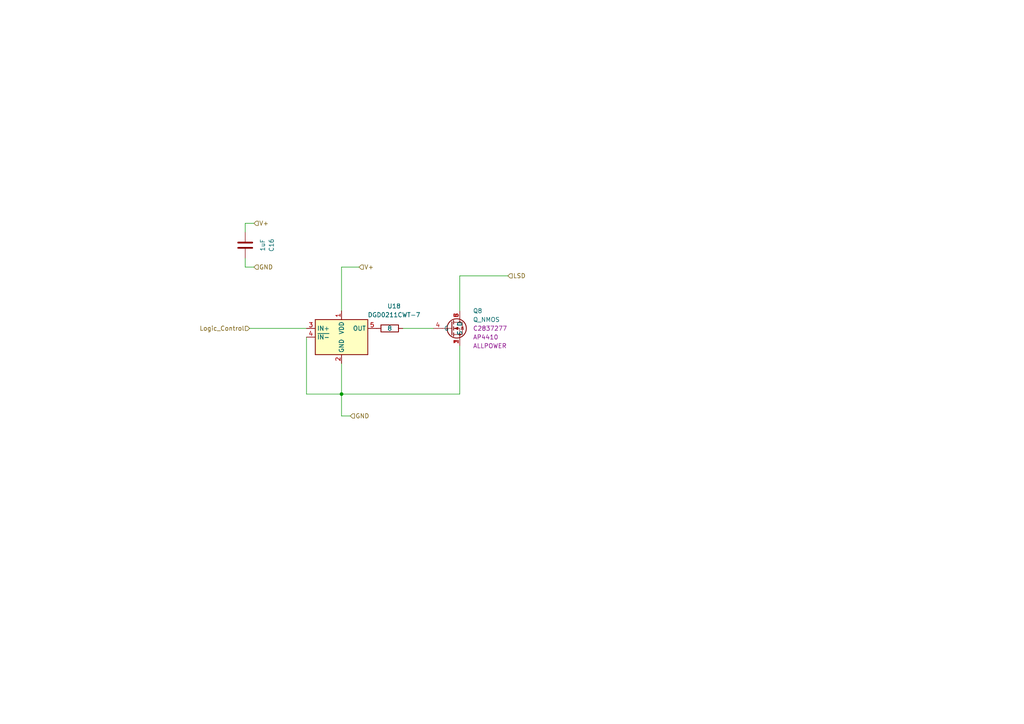
<source format=kicad_sch>
(kicad_sch
	(version 20250114)
	(generator "eeschema")
	(generator_version "9.0")
	(uuid "a9e8f119-ed91-4999-983b-4db3bdfe1a4c")
	(paper "A4")
	(lib_symbols
		(symbol "Device:C"
			(pin_numbers
				(hide yes)
			)
			(pin_names
				(offset 0.254)
			)
			(exclude_from_sim no)
			(in_bom yes)
			(on_board yes)
			(property "Reference" "C"
				(at 0.635 2.54 0)
				(effects
					(font
						(size 1.27 1.27)
					)
					(justify left)
				)
			)
			(property "Value" "C"
				(at 0.635 -2.54 0)
				(effects
					(font
						(size 1.27 1.27)
					)
					(justify left)
				)
			)
			(property "Footprint" ""
				(at 0.9652 -3.81 0)
				(effects
					(font
						(size 1.27 1.27)
					)
					(hide yes)
				)
			)
			(property "Datasheet" "~"
				(at 0 0 0)
				(effects
					(font
						(size 1.27 1.27)
					)
					(hide yes)
				)
			)
			(property "Description" "Unpolarized capacitor"
				(at 0 0 0)
				(effects
					(font
						(size 1.27 1.27)
					)
					(hide yes)
				)
			)
			(property "ki_keywords" "cap capacitor"
				(at 0 0 0)
				(effects
					(font
						(size 1.27 1.27)
					)
					(hide yes)
				)
			)
			(property "ki_fp_filters" "C_*"
				(at 0 0 0)
				(effects
					(font
						(size 1.27 1.27)
					)
					(hide yes)
				)
			)
			(symbol "C_0_1"
				(polyline
					(pts
						(xy -2.032 0.762) (xy 2.032 0.762)
					)
					(stroke
						(width 0.508)
						(type default)
					)
					(fill
						(type none)
					)
				)
				(polyline
					(pts
						(xy -2.032 -0.762) (xy 2.032 -0.762)
					)
					(stroke
						(width 0.508)
						(type default)
					)
					(fill
						(type none)
					)
				)
			)
			(symbol "C_1_1"
				(pin passive line
					(at 0 3.81 270)
					(length 2.794)
					(name "~"
						(effects
							(font
								(size 1.27 1.27)
							)
						)
					)
					(number "1"
						(effects
							(font
								(size 1.27 1.27)
							)
						)
					)
				)
				(pin passive line
					(at 0 -3.81 90)
					(length 2.794)
					(name "~"
						(effects
							(font
								(size 1.27 1.27)
							)
						)
					)
					(number "2"
						(effects
							(font
								(size 1.27 1.27)
							)
						)
					)
				)
			)
			(embedded_fonts no)
		)
		(symbol "Device:R"
			(pin_numbers
				(hide yes)
			)
			(pin_names
				(offset 0)
			)
			(exclude_from_sim no)
			(in_bom yes)
			(on_board yes)
			(property "Reference" "R"
				(at 2.032 0 90)
				(effects
					(font
						(size 1.27 1.27)
					)
				)
			)
			(property "Value" "R"
				(at 0 0 90)
				(effects
					(font
						(size 1.27 1.27)
					)
				)
			)
			(property "Footprint" ""
				(at -1.778 0 90)
				(effects
					(font
						(size 1.27 1.27)
					)
					(hide yes)
				)
			)
			(property "Datasheet" "~"
				(at 0 0 0)
				(effects
					(font
						(size 1.27 1.27)
					)
					(hide yes)
				)
			)
			(property "Description" "Resistor"
				(at 0 0 0)
				(effects
					(font
						(size 1.27 1.27)
					)
					(hide yes)
				)
			)
			(property "ki_keywords" "R res resistor"
				(at 0 0 0)
				(effects
					(font
						(size 1.27 1.27)
					)
					(hide yes)
				)
			)
			(property "ki_fp_filters" "R_*"
				(at 0 0 0)
				(effects
					(font
						(size 1.27 1.27)
					)
					(hide yes)
				)
			)
			(symbol "R_0_1"
				(rectangle
					(start -1.016 -2.54)
					(end 1.016 2.54)
					(stroke
						(width 0.254)
						(type default)
					)
					(fill
						(type none)
					)
				)
			)
			(symbol "R_1_1"
				(pin passive line
					(at 0 3.81 270)
					(length 1.27)
					(name "~"
						(effects
							(font
								(size 1.27 1.27)
							)
						)
					)
					(number "1"
						(effects
							(font
								(size 1.27 1.27)
							)
						)
					)
				)
				(pin passive line
					(at 0 -3.81 90)
					(length 1.27)
					(name "~"
						(effects
							(font
								(size 1.27 1.27)
							)
						)
					)
					(number "2"
						(effects
							(font
								(size 1.27 1.27)
							)
						)
					)
				)
			)
			(embedded_fonts no)
		)
		(symbol "Driver_FET:FAN3111C"
			(exclude_from_sim no)
			(in_bom yes)
			(on_board yes)
			(property "Reference" "U"
				(at -7.62 7.62 0)
				(effects
					(font
						(size 1.27 1.27)
					)
					(justify left)
				)
			)
			(property "Value" "FAN3111C"
				(at 2.54 7.62 0)
				(effects
					(font
						(size 1.27 1.27)
					)
					(justify left)
				)
			)
			(property "Footprint" "Package_TO_SOT_SMD:SOT-23-5"
				(at 16.51 -7.62 0)
				(effects
					(font
						(size 1.27 1.27)
					)
					(hide yes)
				)
			)
			(property "Datasheet" "https://www.onsemi.com/pdf/datasheet/fan3111c-d.pdf"
				(at 29.21 -10.16 0)
				(effects
					(font
						(size 1.27 1.27)
					)
					(hide yes)
				)
			)
			(property "Description" "High Speed Low Side MOSFET Gate Driver with CMOS inverting and non-inverting inputs, 4.5-18 V, 1.0 A, SOT-23-5"
				(at 0 0 0)
				(effects
					(font
						(size 1.27 1.27)
					)
					(hide yes)
				)
			)
			(property "ki_keywords" "MOSFET gate driver"
				(at 0 0 0)
				(effects
					(font
						(size 1.27 1.27)
					)
					(hide yes)
				)
			)
			(property "ki_fp_filters" "SOT?23?5*"
				(at 0 0 0)
				(effects
					(font
						(size 1.27 1.27)
					)
					(hide yes)
				)
			)
			(symbol "FAN3111C_0_1"
				(rectangle
					(start -7.62 5.08)
					(end 7.62 -5.08)
					(stroke
						(width 0.254)
						(type default)
					)
					(fill
						(type background)
					)
				)
			)
			(symbol "FAN3111C_1_1"
				(pin input line
					(at -10.16 2.54 0)
					(length 2.54)
					(name "IN+"
						(effects
							(font
								(size 1.27 1.27)
							)
						)
					)
					(number "3"
						(effects
							(font
								(size 1.27 1.27)
							)
						)
					)
				)
				(pin input line
					(at -10.16 0 0)
					(length 2.54)
					(name "~{IN-}"
						(effects
							(font
								(size 1.27 1.27)
							)
						)
					)
					(number "4"
						(effects
							(font
								(size 1.27 1.27)
							)
						)
					)
				)
				(pin power_in line
					(at 0 7.62 270)
					(length 2.54)
					(name "VDD"
						(effects
							(font
								(size 1.27 1.27)
							)
						)
					)
					(number "1"
						(effects
							(font
								(size 1.27 1.27)
							)
						)
					)
				)
				(pin power_in line
					(at 0 -7.62 90)
					(length 2.54)
					(name "GND"
						(effects
							(font
								(size 1.27 1.27)
							)
						)
					)
					(number "2"
						(effects
							(font
								(size 1.27 1.27)
							)
						)
					)
				)
				(pin output line
					(at 10.16 2.54 180)
					(length 2.54)
					(name "OUT"
						(effects
							(font
								(size 1.27 1.27)
							)
						)
					)
					(number "5"
						(effects
							(font
								(size 1.27 1.27)
							)
						)
					)
				)
			)
			(embedded_fonts no)
		)
		(symbol "User:NMOS_SOP-8"
			(exclude_from_sim no)
			(in_bom yes)
			(on_board yes)
			(property "Reference" "Q"
				(at 0 0 0)
				(effects
					(font
						(size 1.27 1.27)
					)
				)
			)
			(property "Value" ""
				(at 0 0 0)
				(effects
					(font
						(size 1.27 1.27)
					)
				)
			)
			(property "Footprint" ""
				(at 0 0 0)
				(effects
					(font
						(size 1.27 1.27)
					)
					(hide yes)
				)
			)
			(property "Datasheet" ""
				(at 0 0 0)
				(effects
					(font
						(size 1.27 1.27)
					)
					(hide yes)
				)
			)
			(property "Description" ""
				(at 0 0 0)
				(effects
					(font
						(size 1.27 1.27)
					)
					(hide yes)
				)
			)
			(symbol "NMOS_SOP-8_0_1"
				(polyline
					(pts
						(xy -2.286 14.605) (xy -2.286 10.795)
					)
					(stroke
						(width 0.254)
						(type default)
					)
					(fill
						(type none)
					)
				)
				(polyline
					(pts
						(xy -2.286 12.7) (xy -5.08 12.7)
					)
					(stroke
						(width 0)
						(type default)
					)
					(fill
						(type none)
					)
				)
				(polyline
					(pts
						(xy -1.778 14.986) (xy -1.778 13.97)
					)
					(stroke
						(width 0.254)
						(type default)
					)
					(fill
						(type none)
					)
				)
				(polyline
					(pts
						(xy -1.778 13.208) (xy -1.778 12.192)
					)
					(stroke
						(width 0.254)
						(type default)
					)
					(fill
						(type none)
					)
				)
				(polyline
					(pts
						(xy -1.778 11.43) (xy -1.778 10.414)
					)
					(stroke
						(width 0.254)
						(type default)
					)
					(fill
						(type none)
					)
				)
				(polyline
					(pts
						(xy -1.778 10.922) (xy 0.762 10.922) (xy 0.762 14.478) (xy -1.778 14.478)
					)
					(stroke
						(width 0)
						(type default)
					)
					(fill
						(type none)
					)
				)
				(polyline
					(pts
						(xy -1.524 12.7) (xy -0.508 13.081) (xy -0.508 12.319) (xy -1.524 12.7)
					)
					(stroke
						(width 0)
						(type default)
					)
					(fill
						(type outline)
					)
				)
				(circle
					(center -0.889 12.7)
					(radius 2.794)
					(stroke
						(width 0.254)
						(type default)
					)
					(fill
						(type none)
					)
				)
				(polyline
					(pts
						(xy 0 15.24) (xy 0 14.478)
					)
					(stroke
						(width 0)
						(type default)
					)
					(fill
						(type none)
					)
				)
				(circle
					(center 0 14.478)
					(radius 0.254)
					(stroke
						(width 0)
						(type default)
					)
					(fill
						(type outline)
					)
				)
				(circle
					(center 0 10.922)
					(radius 0.254)
					(stroke
						(width 0)
						(type default)
					)
					(fill
						(type outline)
					)
				)
				(polyline
					(pts
						(xy 0 10.16) (xy 0 12.7) (xy -1.778 12.7)
					)
					(stroke
						(width 0)
						(type default)
					)
					(fill
						(type none)
					)
				)
				(polyline
					(pts
						(xy 0.381 13.081) (xy 1.143 13.081)
					)
					(stroke
						(width 0)
						(type default)
					)
					(fill
						(type none)
					)
				)
				(polyline
					(pts
						(xy 0.762 13.081) (xy 0.381 12.446) (xy 1.143 12.446) (xy 0.762 13.081)
					)
					(stroke
						(width 0)
						(type default)
					)
					(fill
						(type none)
					)
				)
			)
			(symbol "NMOS_SOP-8_1_0"
				(pin passive line
					(at 0 17.78 270)
					(length 2.54)
					(name "D"
						(effects
							(font
								(size 1.27 1.27)
							)
						)
					)
					(number "5"
						(effects
							(font
								(size 1.27 1.27)
							)
						)
					)
				)
				(pin passive line
					(at 0 17.78 270)
					(length 2.54)
					(name "D"
						(effects
							(font
								(size 1.27 1.27)
							)
						)
					)
					(number "6"
						(effects
							(font
								(size 1.27 1.27)
							)
						)
					)
				)
				(pin passive line
					(at 0 17.78 270)
					(length 2.54)
					(name "D"
						(effects
							(font
								(size 1.27 1.27)
							)
						)
					)
					(number "7"
						(effects
							(font
								(size 1.27 1.27)
							)
						)
					)
				)
				(pin passive line
					(at 0 7.62 90)
					(length 2.54)
					(name "S"
						(effects
							(font
								(size 1.27 1.27)
							)
						)
					)
					(number "2"
						(effects
							(font
								(size 1.27 1.27)
							)
						)
					)
				)
				(pin passive line
					(at 0 7.62 90)
					(length 2.54)
					(name "S"
						(effects
							(font
								(size 1.27 1.27)
							)
						)
					)
					(number "3"
						(effects
							(font
								(size 1.27 1.27)
							)
						)
					)
				)
			)
			(symbol "NMOS_SOP-8_1_1"
				(pin input line
					(at -7.62 12.7 0)
					(length 2.54)
					(name "G"
						(effects
							(font
								(size 1.27 1.27)
							)
						)
					)
					(number "4"
						(effects
							(font
								(size 1.27 1.27)
							)
						)
					)
				)
				(pin passive line
					(at 0 17.78 270)
					(length 2.54)
					(name "D"
						(effects
							(font
								(size 1.27 1.27)
							)
						)
					)
					(number "8"
						(effects
							(font
								(size 1.27 1.27)
							)
						)
					)
				)
				(pin passive line
					(at 0 7.62 90)
					(length 2.54)
					(name "S"
						(effects
							(font
								(size 1.27 1.27)
							)
						)
					)
					(number "1"
						(effects
							(font
								(size 1.27 1.27)
							)
						)
					)
				)
			)
			(embedded_fonts no)
		)
	)
	(junction
		(at 99.06 114.3)
		(diameter 0)
		(color 0 0 0 0)
		(uuid "f731b879-e7e9-448c-a94b-71f60e916d6b")
	)
	(wire
		(pts
			(xy 133.35 90.17) (xy 133.35 80.01)
		)
		(stroke
			(width 0)
			(type default)
		)
		(uuid "0a8e7301-700d-444c-a962-7527a39dd5f3")
	)
	(wire
		(pts
			(xy 88.9 114.3) (xy 99.06 114.3)
		)
		(stroke
			(width 0)
			(type default)
		)
		(uuid "1acfd033-ae1a-4632-8f2a-c577767e4f4d")
	)
	(wire
		(pts
			(xy 101.6 120.65) (xy 99.06 120.65)
		)
		(stroke
			(width 0)
			(type default)
		)
		(uuid "20411fa8-8d8a-4826-a529-6dea9829d5e5")
	)
	(wire
		(pts
			(xy 73.66 64.77) (xy 71.12 64.77)
		)
		(stroke
			(width 0)
			(type default)
		)
		(uuid "33648a5d-03b8-4e26-a6c2-271dd9501af0")
	)
	(wire
		(pts
			(xy 71.12 64.77) (xy 71.12 67.31)
		)
		(stroke
			(width 0)
			(type default)
		)
		(uuid "34b14098-8dee-4c5a-b755-635e3cf13566")
	)
	(wire
		(pts
			(xy 73.66 77.47) (xy 71.12 77.47)
		)
		(stroke
			(width 0)
			(type default)
		)
		(uuid "54bc2ff3-6754-47c0-af16-05df0a61078d")
	)
	(wire
		(pts
			(xy 133.35 80.01) (xy 147.32 80.01)
		)
		(stroke
			(width 0)
			(type default)
		)
		(uuid "5d3b8432-bdd5-4396-9b0e-f0e3cf956374")
	)
	(wire
		(pts
			(xy 116.84 95.25) (xy 125.73 95.25)
		)
		(stroke
			(width 0)
			(type default)
		)
		(uuid "73da8af8-815d-481a-873c-fb486b11a948")
	)
	(wire
		(pts
			(xy 99.06 120.65) (xy 99.06 114.3)
		)
		(stroke
			(width 0)
			(type default)
		)
		(uuid "78f8f4aa-254b-4e70-96b8-22050d471cd0")
	)
	(wire
		(pts
			(xy 133.35 114.3) (xy 99.06 114.3)
		)
		(stroke
			(width 0)
			(type default)
		)
		(uuid "83487a02-5687-414d-bae2-d63514e2547c")
	)
	(wire
		(pts
			(xy 88.9 97.79) (xy 88.9 114.3)
		)
		(stroke
			(width 0)
			(type default)
		)
		(uuid "85623c90-6a01-44c6-8cb6-ea0e725660b4")
	)
	(wire
		(pts
			(xy 133.35 100.33) (xy 133.35 114.3)
		)
		(stroke
			(width 0)
			(type default)
		)
		(uuid "c65a9386-ebf3-499a-afe5-ef3db79e7c51")
	)
	(wire
		(pts
			(xy 72.39 95.25) (xy 88.9 95.25)
		)
		(stroke
			(width 0)
			(type default)
		)
		(uuid "d2831f2a-facc-4a20-9009-94efd08005e5")
	)
	(wire
		(pts
			(xy 71.12 74.93) (xy 71.12 77.47)
		)
		(stroke
			(width 0)
			(type default)
		)
		(uuid "d92f42e0-fec8-4ce9-97f2-014d4bf9bf61")
	)
	(wire
		(pts
			(xy 99.06 77.47) (xy 104.14 77.47)
		)
		(stroke
			(width 0)
			(type default)
		)
		(uuid "dee3f23a-aaaf-4638-9fdf-3ab299c975b8")
	)
	(wire
		(pts
			(xy 99.06 90.17) (xy 99.06 77.47)
		)
		(stroke
			(width 0)
			(type default)
		)
		(uuid "fb69115b-2dd9-48a7-9a51-f7810ca8ccbe")
	)
	(wire
		(pts
			(xy 99.06 114.3) (xy 99.06 105.41)
		)
		(stroke
			(width 0)
			(type default)
		)
		(uuid "fe8019c9-f48d-4f52-a645-a854b8161211")
	)
	(hierarchical_label "Logic_Control"
		(shape input)
		(at 72.39 95.25 180)
		(effects
			(font
				(size 1.27 1.27)
			)
			(justify right)
		)
		(uuid "029b8bbe-7c38-44d9-9e7a-a3ab9268400d")
	)
	(hierarchical_label "V+"
		(shape input)
		(at 104.14 77.47 0)
		(effects
			(font
				(size 1.27 1.27)
			)
			(justify left)
		)
		(uuid "17d90df4-aa19-4fad-9205-48bf0f00adde")
	)
	(hierarchical_label "LSD"
		(shape input)
		(at 147.32 80.01 0)
		(effects
			(font
				(size 1.27 1.27)
			)
			(justify left)
		)
		(uuid "2a00f2a6-157e-4060-8b5c-8c5ed2b76bc1")
	)
	(hierarchical_label "GND"
		(shape input)
		(at 101.6 120.65 0)
		(effects
			(font
				(size 1.27 1.27)
			)
			(justify left)
		)
		(uuid "7354e3d1-86de-4cc7-a805-c60836ebf753")
	)
	(hierarchical_label "V+"
		(shape input)
		(at 73.66 64.77 0)
		(effects
			(font
				(size 1.27 1.27)
			)
			(justify left)
		)
		(uuid "cdf5fd4c-f4bb-4599-a5e1-1bcea38f0927")
	)
	(hierarchical_label "GND"
		(shape input)
		(at 73.66 77.47 0)
		(effects
			(font
				(size 1.27 1.27)
			)
			(justify left)
		)
		(uuid "e10181ef-3dca-412d-b592-25b83380692e")
	)
	(symbol
		(lib_id "User:NMOS_SOP-8")
		(at 133.35 107.95 0)
		(unit 1)
		(exclude_from_sim no)
		(in_bom yes)
		(on_board yes)
		(dnp no)
		(fields_autoplaced yes)
		(uuid "0db1c4e2-6349-45e4-bbe1-6efe8848e335")
		(property "Reference" "Q6"
			(at 137.16 90.1699 0)
			(effects
				(font
					(size 1.27 1.27)
				)
				(justify left)
			)
		)
		(property "Value" "Q_NMOS"
			(at 137.16 92.7099 0)
			(effects
				(font
					(size 1.27 1.27)
				)
				(justify left)
			)
		)
		(property "Footprint" "Package_SO:SOP-8_3.9x4.9mm_P1.27mm"
			(at 133.35 107.95 0)
			(effects
				(font
					(size 1.27 1.27)
				)
				(hide yes)
			)
		)
		(property "Datasheet" "https://www.lcsc.com/datasheet/lcsc_datasheet_2411201843_ALLPOWER-ShenZhen-Quan-Li-Semiconductor-AP4410_C2837277.pdf"
			(at 133.35 107.95 0)
			(effects
				(font
					(size 1.27 1.27)
				)
				(hide yes)
			)
		)
		(property "Description" "N-MOSFET transistor"
			(at 133.35 107.95 0)
			(effects
				(font
					(size 1.27 1.27)
				)
				(hide yes)
			)
		)
		(property "LCSC" "C2837277"
			(at 137.16 95.2499 0)
			(effects
				(font
					(size 1.27 1.27)
				)
				(justify left)
			)
		)
		(property "MPN" "AP4410"
			(at 137.16 97.7899 0)
			(effects
				(font
					(size 1.27 1.27)
				)
				(justify left)
			)
		)
		(property "Manufacturer" "ALLPOWER"
			(at 137.16 100.3299 0)
			(effects
				(font
					(size 1.27 1.27)
				)
				(justify left)
			)
		)
		(pin "8"
			(uuid "aa2ae793-daad-4912-bade-f87a1c66433b")
		)
		(pin "3"
			(uuid "aa1d887f-9fab-4146-972f-9c35b26a3405")
		)
		(pin "2"
			(uuid "20833628-9d08-412e-b6e3-4e0cef54d1fb")
		)
		(pin "1"
			(uuid "98dcdd9e-455a-4738-ae30-1dc5514e7f7b")
		)
		(pin "6"
			(uuid "0305e8da-107f-496d-bdba-895630d6ad7e")
		)
		(pin "4"
			(uuid "97c1e175-a901-42e5-977c-8b5ce22d12a7")
		)
		(pin "7"
			(uuid "682b56f4-a494-48a5-aee1-24a94156c8e4")
		)
		(pin "5"
			(uuid "6bbe5b93-eb70-4b02-930e-fb0bc2cdbecb")
		)
		(instances
			(project "BMS"
				(path "/d7e219ab-f530-45f5-8a23-0e6b6d2e3e0f/3c6788b6-9eaa-4dc7-9b1b-c672529b8bdf/534ae0a9-e033-471d-ab4c-668e78bff240"
					(reference "Q8")
					(unit 1)
				)
				(path "/d7e219ab-f530-45f5-8a23-0e6b6d2e3e0f/3c6788b6-9eaa-4dc7-9b1b-c672529b8bdf/6fb9c1b2-80f3-454d-a189-500ef67547a6"
					(reference "Q7")
					(unit 1)
				)
				(path "/d7e219ab-f530-45f5-8a23-0e6b6d2e3e0f/3c6788b6-9eaa-4dc7-9b1b-c672529b8bdf/74428701-c731-4f1a-9259-da751d3a6d79"
					(reference "Q6")
					(unit 1)
				)
				(path "/d7e219ab-f530-45f5-8a23-0e6b6d2e3e0f/3c6788b6-9eaa-4dc7-9b1b-c672529b8bdf/aa608db7-6a72-41f7-89a5-ea3e1c7578b1"
					(reference "Q5")
					(unit 1)
				)
			)
		)
	)
	(symbol
		(lib_id "Driver_FET:FAN3111C")
		(at 99.06 97.79 0)
		(unit 1)
		(exclude_from_sim no)
		(in_bom yes)
		(on_board yes)
		(dnp no)
		(fields_autoplaced yes)
		(uuid "ae4f5f63-1e95-4405-a458-daf41fe0ef01")
		(property "Reference" "U16"
			(at 114.3 88.7945 0)
			(effects
				(font
					(size 1.27 1.27)
				)
			)
		)
		(property "Value" "DGD0211CWT-7"
			(at 114.3 91.3345 0)
			(effects
				(font
					(size 1.27 1.27)
				)
			)
		)
		(property "Footprint" "Package_TO_SOT_SMD:SOT-23-5"
			(at 115.57 105.41 0)
			(effects
				(font
					(size 1.27 1.27)
				)
				(hide yes)
			)
		)
		(property "Datasheet" "https://www.lcsc.com/datasheet/lcsc_datasheet_2412251046_Diodes-Incorporated-DGD0211CWT-7_C2983695.pdf"
			(at 128.27 107.95 0)
			(effects
				(font
					(size 1.27 1.27)
				)
				(hide yes)
			)
		)
		(property "Description" "High Speed Low Side MOSFET Gate Driver with CMOS inverting and non-inverting inputs, 4.5-18 V, 1.9 A, SOT-23-5"
			(at 99.06 97.79 0)
			(effects
				(font
					(size 1.27 1.27)
				)
				(hide yes)
			)
		)
		(property "LCSC" "C2983695"
			(at 99.06 97.79 0)
			(effects
				(font
					(size 1.27 1.27)
				)
				(hide yes)
			)
		)
		(pin "2"
			(uuid "f3c63955-a6f0-465d-94e6-cb2c330b4fc2")
		)
		(pin "4"
			(uuid "ba818cd1-187f-48ff-ac7f-c1f5fb24f52f")
		)
		(pin "1"
			(uuid "c4dba481-058e-422a-aabc-6a7d389e2a86")
		)
		(pin "3"
			(uuid "23d81ec4-85da-427b-b30f-c17d681a0067")
		)
		(pin "5"
			(uuid "9765daf4-4a35-4ecf-80b5-db74222d8d39")
		)
		(instances
			(project "BMS"
				(path "/d7e219ab-f530-45f5-8a23-0e6b6d2e3e0f/3c6788b6-9eaa-4dc7-9b1b-c672529b8bdf/534ae0a9-e033-471d-ab4c-668e78bff240"
					(reference "U18")
					(unit 1)
				)
				(path "/d7e219ab-f530-45f5-8a23-0e6b6d2e3e0f/3c6788b6-9eaa-4dc7-9b1b-c672529b8bdf/6fb9c1b2-80f3-454d-a189-500ef67547a6"
					(reference "U17")
					(unit 1)
				)
				(path "/d7e219ab-f530-45f5-8a23-0e6b6d2e3e0f/3c6788b6-9eaa-4dc7-9b1b-c672529b8bdf/74428701-c731-4f1a-9259-da751d3a6d79"
					(reference "U16")
					(unit 1)
				)
				(path "/d7e219ab-f530-45f5-8a23-0e6b6d2e3e0f/3c6788b6-9eaa-4dc7-9b1b-c672529b8bdf/aa608db7-6a72-41f7-89a5-ea3e1c7578b1"
					(reference "U19")
					(unit 1)
				)
			)
		)
	)
	(symbol
		(lib_id "Device:R")
		(at 113.03 95.25 90)
		(mirror x)
		(unit 1)
		(exclude_from_sim no)
		(in_bom yes)
		(on_board yes)
		(dnp no)
		(uuid "c023f39b-e603-474e-9488-b0d64e2979a6")
		(property "Reference" "R38"
			(at 113.03 97.155 90)
			(effects
				(font
					(size 1.27 1.27)
				)
				(hide yes)
			)
		)
		(property "Value" "8"
			(at 113.03 95.25 90)
			(effects
				(font
					(size 1.27 1.27)
				)
			)
		)
		(property "Footprint" "Resistor_SMD:R_0603_1608Metric"
			(at 113.03 93.472 90)
			(effects
				(font
					(size 1.27 1.27)
				)
				(hide yes)
			)
		)
		(property "Datasheet" "~"
			(at 113.03 95.25 0)
			(effects
				(font
					(size 1.27 1.27)
				)
				(hide yes)
			)
		)
		(property "Description" ""
			(at 113.03 95.25 0)
			(effects
				(font
					(size 1.27 1.27)
				)
				(hide yes)
			)
		)
		(property "LCSC" ""
			(at 113.03 95.25 0)
			(effects
				(font
					(size 1.27 1.27)
				)
				(hide yes)
			)
		)
		(pin "1"
			(uuid "04528bbf-46ae-4859-bff6-654ef071defe")
		)
		(pin "2"
			(uuid "468ad631-23c0-4487-adfc-34da3d9b2f85")
		)
		(instances
			(project "BMS"
				(path "/d7e219ab-f530-45f5-8a23-0e6b6d2e3e0f/3c6788b6-9eaa-4dc7-9b1b-c672529b8bdf/534ae0a9-e033-471d-ab4c-668e78bff240"
					(reference "R40")
					(unit 1)
				)
				(path "/d7e219ab-f530-45f5-8a23-0e6b6d2e3e0f/3c6788b6-9eaa-4dc7-9b1b-c672529b8bdf/6fb9c1b2-80f3-454d-a189-500ef67547a6"
					(reference "R39")
					(unit 1)
				)
				(path "/d7e219ab-f530-45f5-8a23-0e6b6d2e3e0f/3c6788b6-9eaa-4dc7-9b1b-c672529b8bdf/74428701-c731-4f1a-9259-da751d3a6d79"
					(reference "R38")
					(unit 1)
				)
				(path "/d7e219ab-f530-45f5-8a23-0e6b6d2e3e0f/3c6788b6-9eaa-4dc7-9b1b-c672529b8bdf/aa608db7-6a72-41f7-89a5-ea3e1c7578b1"
					(reference "R37")
					(unit 1)
				)
			)
		)
	)
	(symbol
		(lib_id "Device:C")
		(at 71.12 71.12 180)
		(unit 1)
		(exclude_from_sim no)
		(in_bom yes)
		(on_board yes)
		(dnp no)
		(uuid "fadf544b-8059-48b8-9fc5-302764276967")
		(property "Reference" "C14"
			(at 78.74 71.12 90)
			(effects
				(font
					(size 1.27 1.27)
				)
			)
		)
		(property "Value" "1uF"
			(at 76.2 71.12 90)
			(effects
				(font
					(size 1.27 1.27)
				)
			)
		)
		(property "Footprint" "Capacitor_SMD:C_0603_1608Metric"
			(at 70.1548 67.31 0)
			(effects
				(font
					(size 1.27 1.27)
				)
				(hide yes)
			)
		)
		(property "Datasheet" "~"
			(at 71.12 71.12 0)
			(effects
				(font
					(size 1.27 1.27)
				)
				(hide yes)
			)
		)
		(property "Description" ""
			(at 71.12 71.12 0)
			(effects
				(font
					(size 1.27 1.27)
				)
				(hide yes)
			)
		)
		(property "LCSC" "C15849"
			(at 71.12 71.12 0)
			(effects
				(font
					(size 1.27 1.27)
				)
				(hide yes)
			)
		)
		(pin "1"
			(uuid "921203e0-caf8-4b03-a0ed-5325e8c37e79")
		)
		(pin "2"
			(uuid "d4a364f9-ab36-48e2-bd3e-e0dacbe21328")
		)
		(instances
			(project "BMS"
				(path "/d7e219ab-f530-45f5-8a23-0e6b6d2e3e0f/3c6788b6-9eaa-4dc7-9b1b-c672529b8bdf/534ae0a9-e033-471d-ab4c-668e78bff240"
					(reference "C16")
					(unit 1)
				)
				(path "/d7e219ab-f530-45f5-8a23-0e6b6d2e3e0f/3c6788b6-9eaa-4dc7-9b1b-c672529b8bdf/6fb9c1b2-80f3-454d-a189-500ef67547a6"
					(reference "C15")
					(unit 1)
				)
				(path "/d7e219ab-f530-45f5-8a23-0e6b6d2e3e0f/3c6788b6-9eaa-4dc7-9b1b-c672529b8bdf/74428701-c731-4f1a-9259-da751d3a6d79"
					(reference "C14")
					(unit 1)
				)
				(path "/d7e219ab-f530-45f5-8a23-0e6b6d2e3e0f/3c6788b6-9eaa-4dc7-9b1b-c672529b8bdf/aa608db7-6a72-41f7-89a5-ea3e1c7578b1"
					(reference "C13")
					(unit 1)
				)
			)
		)
	)
)

</source>
